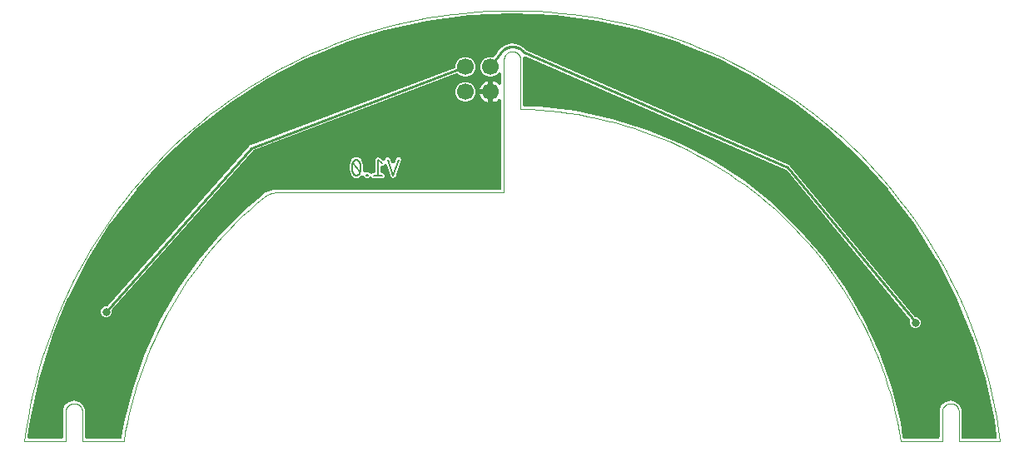
<source format=gbl>
G04 EAGLE Gerber RS-274X export*
G75*
%MOMM*%
%FSLAX34Y34*%
%LPD*%
%INBottom_Copper*%
%IPPOS*%
%AMOC8*
5,1,8,0,0,1.08239X$1,22.5*%
G01*
%ADD10C,0.000000*%
%ADD11C,0.177800*%
%ADD12C,1.700000*%
%ADD13R,0.806400X0.806400*%
%ADD14C,0.254000*%
%ADD15C,0.152400*%
%ADD16C,0.806400*%

G36*
X37478Y2544D02*
X37478Y2544D01*
X37508Y2542D01*
X37676Y2564D01*
X37845Y2581D01*
X37874Y2590D01*
X37904Y2594D01*
X38064Y2649D01*
X38227Y2699D01*
X38253Y2713D01*
X38282Y2723D01*
X38428Y2809D01*
X38577Y2890D01*
X38600Y2910D01*
X38626Y2925D01*
X38753Y3038D01*
X38883Y3148D01*
X38901Y3171D01*
X38924Y3192D01*
X39025Y3328D01*
X39131Y3461D01*
X39144Y3488D01*
X39162Y3512D01*
X39235Y3665D01*
X39312Y3817D01*
X39320Y3846D01*
X39333Y3873D01*
X39373Y4039D01*
X39418Y4202D01*
X39420Y4232D01*
X39427Y4261D01*
X39447Y4540D01*
X39447Y32520D01*
X41634Y37061D01*
X45574Y40203D01*
X50488Y41325D01*
X55401Y40203D01*
X59342Y37061D01*
X61528Y32520D01*
X61528Y4540D01*
X61531Y4510D01*
X61529Y4480D01*
X61551Y4311D01*
X61568Y4143D01*
X61577Y4114D01*
X61581Y4084D01*
X61636Y3923D01*
X61686Y3761D01*
X61701Y3734D01*
X61711Y3706D01*
X61796Y3560D01*
X61878Y3411D01*
X61898Y3387D01*
X61913Y3361D01*
X62026Y3235D01*
X62135Y3105D01*
X62159Y3086D01*
X62179Y3064D01*
X62315Y2963D01*
X62448Y2857D01*
X62476Y2843D01*
X62500Y2825D01*
X62653Y2753D01*
X62805Y2676D01*
X62834Y2668D01*
X62861Y2655D01*
X63026Y2615D01*
X63190Y2570D01*
X63220Y2567D01*
X63249Y2560D01*
X63528Y2541D01*
X97092Y2541D01*
X97166Y2548D01*
X97241Y2546D01*
X97365Y2568D01*
X97489Y2581D01*
X97561Y2603D01*
X97635Y2616D01*
X97751Y2662D01*
X97871Y2699D01*
X97937Y2735D01*
X98006Y2762D01*
X98111Y2830D01*
X98221Y2890D01*
X98279Y2939D01*
X98341Y2979D01*
X98431Y3067D01*
X98527Y3148D01*
X98573Y3206D01*
X98627Y3259D01*
X98697Y3362D01*
X98775Y3461D01*
X98809Y3528D01*
X98851Y3589D01*
X98899Y3705D01*
X98956Y3817D01*
X98976Y3889D01*
X99005Y3958D01*
X99052Y4163D01*
X99062Y4202D01*
X99063Y4213D01*
X99067Y4230D01*
X101324Y18620D01*
X110353Y54397D01*
X122617Y89198D01*
X138013Y122731D01*
X156412Y154715D01*
X177660Y184882D01*
X201578Y212978D01*
X227966Y238769D01*
X242022Y250190D01*
X242284Y250403D01*
X242285Y250403D01*
X245298Y252852D01*
X252616Y255451D01*
X256408Y255451D01*
X483101Y255451D01*
X483131Y255454D01*
X483161Y255452D01*
X483330Y255474D01*
X483499Y255491D01*
X483527Y255500D01*
X483557Y255504D01*
X483718Y255559D01*
X483880Y255609D01*
X483907Y255623D01*
X483935Y255633D01*
X484081Y255719D01*
X484231Y255800D01*
X484254Y255820D01*
X484280Y255835D01*
X484406Y255948D01*
X484536Y256058D01*
X484555Y256081D01*
X484577Y256102D01*
X484679Y256238D01*
X484784Y256371D01*
X484798Y256398D01*
X484816Y256422D01*
X484888Y256575D01*
X484965Y256727D01*
X484973Y256756D01*
X484986Y256783D01*
X485026Y256949D01*
X485072Y257112D01*
X485074Y257142D01*
X485081Y257171D01*
X485100Y257450D01*
X485100Y346020D01*
X485099Y346035D01*
X485100Y346050D01*
X485079Y346234D01*
X485060Y346417D01*
X485056Y346432D01*
X485054Y346447D01*
X484997Y346622D01*
X484942Y346799D01*
X484935Y346812D01*
X484930Y346827D01*
X484840Y346986D01*
X484751Y347149D01*
X484741Y347161D01*
X484733Y347174D01*
X484613Y347313D01*
X484493Y347455D01*
X484481Y347464D01*
X484471Y347476D01*
X484326Y347588D01*
X484180Y347703D01*
X484167Y347710D01*
X484155Y347719D01*
X483989Y347800D01*
X483824Y347884D01*
X483810Y347888D01*
X483796Y347894D01*
X483616Y347941D01*
X483439Y347990D01*
X483424Y347991D01*
X483409Y347995D01*
X483225Y348005D01*
X483041Y348018D01*
X483026Y348016D01*
X483011Y348017D01*
X482829Y347990D01*
X482645Y347966D01*
X482630Y347961D01*
X482615Y347959D01*
X482442Y347897D01*
X482267Y347837D01*
X482254Y347829D01*
X482240Y347824D01*
X482082Y347728D01*
X481922Y347635D01*
X481911Y347624D01*
X481898Y347617D01*
X481687Y347433D01*
X481133Y346879D01*
X479727Y345857D01*
X478178Y345068D01*
X476525Y344531D01*
X476439Y344517D01*
X476439Y354800D01*
X476436Y354830D01*
X476438Y354860D01*
X476416Y355029D01*
X476399Y355197D01*
X476390Y355226D01*
X476386Y355256D01*
X476368Y355309D01*
X476410Y355462D01*
X476413Y355492D01*
X476420Y355522D01*
X476439Y355800D01*
X476439Y366083D01*
X476525Y366069D01*
X478178Y365532D01*
X479727Y364743D01*
X481133Y363721D01*
X481687Y363167D01*
X481699Y363157D01*
X481709Y363145D01*
X481853Y363031D01*
X481997Y362914D01*
X482010Y362907D01*
X482022Y362897D01*
X482186Y362814D01*
X482350Y362727D01*
X482365Y362723D01*
X482378Y362716D01*
X482555Y362667D01*
X482733Y362615D01*
X482748Y362614D01*
X482763Y362610D01*
X482946Y362597D01*
X483131Y362581D01*
X483146Y362583D01*
X483161Y362582D01*
X483344Y362606D01*
X483528Y362627D01*
X483543Y362632D01*
X483557Y362634D01*
X483731Y362693D01*
X483908Y362751D01*
X483921Y362758D01*
X483935Y362763D01*
X484095Y362857D01*
X484255Y362948D01*
X484267Y362958D01*
X484280Y362965D01*
X484417Y363088D01*
X484557Y363210D01*
X484566Y363222D01*
X484577Y363232D01*
X484687Y363379D01*
X484800Y363526D01*
X484807Y363540D01*
X484816Y363552D01*
X484894Y363719D01*
X484976Y363885D01*
X484980Y363900D01*
X484986Y363914D01*
X485030Y364093D01*
X485076Y364272D01*
X485077Y364287D01*
X485081Y364302D01*
X485100Y364580D01*
X485100Y372857D01*
X485099Y372872D01*
X485100Y372887D01*
X485079Y373071D01*
X485060Y373254D01*
X485056Y373269D01*
X485054Y373284D01*
X484997Y373459D01*
X484942Y373636D01*
X484935Y373649D01*
X484930Y373663D01*
X484840Y373823D01*
X484751Y373986D01*
X484741Y373998D01*
X484734Y374011D01*
X484613Y374150D01*
X484493Y374291D01*
X484481Y374301D01*
X484471Y374312D01*
X484325Y374425D01*
X484180Y374540D01*
X484167Y374546D01*
X484155Y374556D01*
X483989Y374637D01*
X483824Y374721D01*
X483810Y374725D01*
X483796Y374731D01*
X483618Y374778D01*
X483439Y374827D01*
X483424Y374828D01*
X483409Y374832D01*
X483226Y374842D01*
X483041Y374855D01*
X483026Y374853D01*
X483011Y374854D01*
X482828Y374827D01*
X482645Y374803D01*
X482631Y374798D01*
X482615Y374796D01*
X482442Y374733D01*
X482267Y374674D01*
X482254Y374666D01*
X482240Y374661D01*
X482082Y374565D01*
X481922Y374471D01*
X481911Y374461D01*
X481898Y374453D01*
X481687Y374270D01*
X479619Y372201D01*
X475934Y370675D01*
X471946Y370675D01*
X468261Y372201D01*
X465441Y375021D01*
X463915Y378706D01*
X463915Y382694D01*
X465441Y386379D01*
X468261Y389199D01*
X471946Y390725D01*
X475998Y390725D01*
X476144Y390681D01*
X476151Y390680D01*
X476157Y390678D01*
X476350Y390662D01*
X476542Y390644D01*
X476549Y390645D01*
X476555Y390644D01*
X476749Y390666D01*
X476939Y390687D01*
X476945Y390689D01*
X476952Y390689D01*
X477135Y390749D01*
X477320Y390808D01*
X477326Y390811D01*
X477332Y390813D01*
X477499Y390907D01*
X477669Y391002D01*
X477674Y391006D01*
X477680Y391009D01*
X477825Y391136D01*
X477972Y391261D01*
X477976Y391267D01*
X477981Y391271D01*
X478158Y391487D01*
X480652Y395006D01*
X481800Y396626D01*
X483786Y399430D01*
X489559Y403160D01*
X496303Y404478D01*
X503055Y403196D01*
X508847Y399498D01*
X510080Y397779D01*
X510213Y397628D01*
X510340Y397482D01*
X510342Y397481D01*
X510344Y397479D01*
X510498Y397362D01*
X510658Y397240D01*
X510661Y397239D01*
X510662Y397238D01*
X510670Y397234D01*
X510906Y397111D01*
X776736Y281237D01*
X776904Y281184D01*
X777069Y281126D01*
X777098Y281121D01*
X777117Y281115D01*
X777168Y281109D01*
X777344Y281080D01*
X777738Y281042D01*
X777744Y281034D01*
X777836Y280943D01*
X777922Y280845D01*
X777978Y280803D01*
X778028Y280753D01*
X778136Y280682D01*
X778240Y280603D01*
X778321Y280561D01*
X778362Y280534D01*
X778407Y280516D01*
X778487Y280474D01*
X778496Y280470D01*
X778641Y280102D01*
X778721Y279946D01*
X778797Y279788D01*
X778815Y279764D01*
X778823Y279747D01*
X778856Y279707D01*
X778960Y279561D01*
X904862Y126963D01*
X904962Y126864D01*
X905056Y126759D01*
X905104Y126724D01*
X905146Y126682D01*
X905263Y126605D01*
X905376Y126521D01*
X905430Y126496D01*
X905480Y126463D01*
X905610Y126411D01*
X905738Y126351D01*
X905795Y126337D01*
X905851Y126315D01*
X905989Y126289D01*
X906126Y126256D01*
X906201Y126251D01*
X906243Y126243D01*
X906297Y126244D01*
X906404Y126236D01*
X907431Y126236D01*
X909473Y125390D01*
X911036Y123827D01*
X911882Y121785D01*
X911882Y119574D01*
X911036Y117532D01*
X909473Y115969D01*
X907431Y115123D01*
X905220Y115123D01*
X903178Y115969D01*
X901615Y117532D01*
X900769Y119574D01*
X900769Y121837D01*
X900773Y121847D01*
X900782Y121905D01*
X900798Y121960D01*
X900811Y122102D01*
X900833Y122242D01*
X900830Y122300D01*
X900835Y122358D01*
X900820Y122499D01*
X900813Y122641D01*
X900798Y122698D01*
X900792Y122755D01*
X900749Y122891D01*
X900714Y123028D01*
X900689Y123081D01*
X900671Y123136D01*
X900602Y123260D01*
X900540Y123388D01*
X900498Y123448D01*
X900477Y123485D01*
X900442Y123526D01*
X900378Y123615D01*
X774893Y275707D01*
X774801Y275798D01*
X774715Y275896D01*
X774659Y275939D01*
X774609Y275988D01*
X774501Y276059D01*
X774397Y276138D01*
X774373Y276151D01*
X774369Y276153D01*
X774355Y276160D01*
X774317Y276180D01*
X774276Y276207D01*
X774230Y276225D01*
X774150Y276267D01*
X509980Y391417D01*
X509941Y391430D01*
X509904Y391448D01*
X509751Y391491D01*
X509600Y391539D01*
X509559Y391544D01*
X509519Y391555D01*
X509361Y391566D01*
X509203Y391584D01*
X509162Y391580D01*
X509121Y391583D01*
X508963Y391562D01*
X508805Y391548D01*
X508765Y391536D01*
X508725Y391531D01*
X508574Y391479D01*
X508422Y391434D01*
X508386Y391415D01*
X508347Y391401D01*
X508210Y391321D01*
X508070Y391246D01*
X508038Y391220D01*
X508002Y391199D01*
X507884Y391093D01*
X507761Y390992D01*
X507736Y390960D01*
X507705Y390933D01*
X507610Y390805D01*
X507510Y390682D01*
X507491Y390645D01*
X507466Y390612D01*
X507399Y390469D01*
X507325Y390328D01*
X507314Y390288D01*
X507296Y390251D01*
X507258Y390097D01*
X507214Y389944D01*
X507211Y389903D01*
X507201Y389863D01*
X507182Y389584D01*
X507182Y342354D01*
X507183Y342345D01*
X507182Y342336D01*
X507203Y342147D01*
X507222Y341957D01*
X507224Y341948D01*
X507225Y341939D01*
X507283Y341757D01*
X507340Y341575D01*
X507344Y341567D01*
X507347Y341559D01*
X507441Y341391D01*
X507531Y341225D01*
X507537Y341218D01*
X507542Y341210D01*
X507665Y341066D01*
X507789Y340920D01*
X507796Y340914D01*
X507802Y340907D01*
X507952Y340790D01*
X508102Y340671D01*
X508110Y340667D01*
X508117Y340662D01*
X508288Y340577D01*
X508458Y340490D01*
X508467Y340488D01*
X508475Y340484D01*
X508660Y340434D01*
X508843Y340384D01*
X508852Y340383D01*
X508861Y340381D01*
X509139Y340356D01*
X523408Y340053D01*
X560599Y335789D01*
X597234Y328092D01*
X632996Y317029D01*
X667578Y302695D01*
X700680Y285214D01*
X732017Y264736D01*
X761318Y241439D01*
X788331Y215523D01*
X812823Y187212D01*
X834581Y156750D01*
X853419Y124401D01*
X869173Y90443D01*
X881709Y55169D01*
X890916Y18885D01*
X893215Y4230D01*
X893234Y4158D01*
X893244Y4084D01*
X893284Y3965D01*
X893316Y3844D01*
X893349Y3777D01*
X893373Y3706D01*
X893437Y3598D01*
X893492Y3485D01*
X893538Y3426D01*
X893575Y3361D01*
X893659Y3268D01*
X893736Y3169D01*
X893792Y3120D01*
X893842Y3064D01*
X893943Y2989D01*
X894037Y2907D01*
X894102Y2870D01*
X894162Y2825D01*
X894276Y2772D01*
X894385Y2710D01*
X894456Y2687D01*
X894524Y2655D01*
X894646Y2625D01*
X894765Y2587D01*
X894839Y2578D01*
X894912Y2560D01*
X895122Y2546D01*
X895162Y2541D01*
X895173Y2542D01*
X895190Y2541D01*
X928755Y2541D01*
X928785Y2544D01*
X928815Y2542D01*
X928983Y2564D01*
X929152Y2581D01*
X929181Y2590D01*
X929211Y2594D01*
X929371Y2649D01*
X929534Y2699D01*
X929560Y2713D01*
X929589Y2723D01*
X929735Y2809D01*
X929884Y2890D01*
X929907Y2910D01*
X929933Y2925D01*
X930060Y3038D01*
X930189Y3148D01*
X930208Y3171D01*
X930231Y3192D01*
X930332Y3328D01*
X930438Y3461D01*
X930451Y3488D01*
X930469Y3512D01*
X930542Y3665D01*
X930619Y3817D01*
X930627Y3846D01*
X930639Y3873D01*
X930680Y4039D01*
X930725Y4202D01*
X930727Y4232D01*
X930734Y4261D01*
X930754Y4540D01*
X930754Y32520D01*
X932941Y37061D01*
X936881Y40203D01*
X941795Y41325D01*
X946708Y40203D01*
X950649Y37061D01*
X952835Y32520D01*
X952835Y4540D01*
X952838Y4510D01*
X952836Y4480D01*
X952858Y4311D01*
X952875Y4143D01*
X952884Y4114D01*
X952888Y4084D01*
X952943Y3923D01*
X952993Y3761D01*
X953008Y3734D01*
X953018Y3706D01*
X953103Y3560D01*
X953185Y3411D01*
X953204Y3387D01*
X953220Y3361D01*
X953333Y3235D01*
X953442Y3105D01*
X953466Y3086D01*
X953486Y3064D01*
X953622Y2963D01*
X953755Y2857D01*
X953782Y2843D01*
X953807Y2825D01*
X953960Y2753D01*
X954111Y2676D01*
X954141Y2668D01*
X954168Y2655D01*
X954333Y2615D01*
X954496Y2570D01*
X954527Y2567D01*
X954556Y2560D01*
X954835Y2541D01*
X987025Y2541D01*
X987201Y2558D01*
X987376Y2572D01*
X987399Y2578D01*
X987423Y2581D01*
X987591Y2633D01*
X987761Y2681D01*
X987782Y2692D01*
X987804Y2699D01*
X987960Y2784D01*
X988116Y2864D01*
X988134Y2879D01*
X988155Y2890D01*
X988290Y3004D01*
X988427Y3114D01*
X988442Y3133D01*
X988460Y3148D01*
X988570Y3286D01*
X988682Y3421D01*
X988694Y3442D01*
X988708Y3461D01*
X988788Y3618D01*
X988872Y3773D01*
X988879Y3796D01*
X988889Y3817D01*
X988936Y3987D01*
X988987Y4155D01*
X988990Y4179D01*
X988996Y4202D01*
X989008Y4377D01*
X989025Y4553D01*
X989023Y4582D01*
X989024Y4600D01*
X989017Y4651D01*
X989003Y4831D01*
X986590Y21212D01*
X986579Y21257D01*
X986567Y21341D01*
X977430Y63788D01*
X977413Y63841D01*
X977385Y63958D01*
X964567Y105443D01*
X964546Y105494D01*
X964508Y105608D01*
X948107Y145811D01*
X948081Y145860D01*
X948034Y145970D01*
X928176Y184583D01*
X928146Y184629D01*
X928089Y184735D01*
X904927Y221461D01*
X904893Y221505D01*
X904827Y221605D01*
X878539Y256162D01*
X878501Y256202D01*
X878427Y256297D01*
X849213Y288419D01*
X849172Y288457D01*
X849090Y288544D01*
X817177Y317985D01*
X817132Y318019D01*
X817043Y318098D01*
X782674Y344633D01*
X782627Y344663D01*
X782531Y344734D01*
X745971Y368158D01*
X745922Y368183D01*
X745820Y368246D01*
X707350Y388379D01*
X707298Y388400D01*
X707191Y388453D01*
X667106Y405141D01*
X667053Y405157D01*
X666942Y405201D01*
X625549Y418315D01*
X625495Y418327D01*
X625380Y418361D01*
X582999Y427801D01*
X582944Y427807D01*
X582826Y427831D01*
X539781Y433524D01*
X539726Y433526D01*
X539607Y433539D01*
X496229Y435442D01*
X496173Y435439D01*
X496054Y435442D01*
X452675Y433539D01*
X452620Y433532D01*
X452501Y433524D01*
X409456Y427831D01*
X409402Y427818D01*
X409283Y427801D01*
X366902Y418361D01*
X366849Y418343D01*
X366733Y418315D01*
X325341Y405201D01*
X325290Y405179D01*
X325176Y405141D01*
X285091Y388453D01*
X285042Y388427D01*
X284933Y388379D01*
X246462Y368246D01*
X246416Y368215D01*
X246311Y368158D01*
X209751Y344734D01*
X209708Y344700D01*
X209608Y344633D01*
X175240Y318098D01*
X175199Y318060D01*
X175106Y317985D01*
X143192Y288544D01*
X143156Y288502D01*
X143069Y288419D01*
X113856Y256297D01*
X113822Y256252D01*
X113744Y256162D01*
X87455Y221605D01*
X87426Y221558D01*
X87355Y221461D01*
X64193Y184735D01*
X64168Y184685D01*
X64106Y184583D01*
X44248Y145970D01*
X44228Y145918D01*
X44175Y145811D01*
X27774Y105608D01*
X27758Y105555D01*
X27715Y105443D01*
X14897Y63958D01*
X14886Y63903D01*
X14852Y63788D01*
X5715Y21341D01*
X5710Y21295D01*
X5692Y21212D01*
X3279Y4831D01*
X3271Y4654D01*
X3258Y4480D01*
X3261Y4456D01*
X3260Y4432D01*
X3287Y4258D01*
X3310Y4084D01*
X3318Y4061D01*
X3322Y4038D01*
X3383Y3872D01*
X3440Y3706D01*
X3452Y3685D01*
X3460Y3663D01*
X3553Y3513D01*
X3642Y3361D01*
X3658Y3344D01*
X3670Y3323D01*
X3791Y3195D01*
X3908Y3064D01*
X3928Y3050D01*
X3944Y3032D01*
X4088Y2930D01*
X4229Y2825D01*
X4250Y2815D01*
X4270Y2801D01*
X4431Y2730D01*
X4590Y2655D01*
X4613Y2649D01*
X4635Y2640D01*
X4807Y2602D01*
X4978Y2560D01*
X5007Y2558D01*
X5025Y2554D01*
X5076Y2553D01*
X5257Y2541D01*
X37448Y2541D01*
X37478Y2544D01*
G37*
%LPC*%
G36*
X82262Y126026D02*
X82262Y126026D01*
X80220Y126872D01*
X78657Y128435D01*
X77811Y130478D01*
X77811Y132688D01*
X78657Y134731D01*
X80220Y136294D01*
X82262Y137140D01*
X83596Y137140D01*
X83702Y137150D01*
X83809Y137151D01*
X83901Y137170D01*
X83994Y137180D01*
X84096Y137211D01*
X84200Y137233D01*
X84286Y137270D01*
X84375Y137298D01*
X84469Y137349D01*
X84567Y137391D01*
X84644Y137444D01*
X84726Y137489D01*
X84807Y137558D01*
X84895Y137619D01*
X84988Y137711D01*
X85031Y137747D01*
X85053Y137774D01*
X85094Y137815D01*
X228348Y299776D01*
X228442Y299906D01*
X228540Y300032D01*
X228563Y300075D01*
X228581Y300100D01*
X228605Y300152D01*
X228673Y300278D01*
X228853Y300677D01*
X228954Y300727D01*
X229087Y300784D01*
X229132Y300816D01*
X229181Y300840D01*
X229296Y300929D01*
X229415Y301012D01*
X229464Y301061D01*
X229496Y301085D01*
X229532Y301127D01*
X229592Y301186D01*
X230027Y301213D01*
X230185Y301238D01*
X230344Y301258D01*
X230391Y301272D01*
X230421Y301277D01*
X230475Y301297D01*
X230612Y301338D01*
X437223Y379411D01*
X437285Y379442D01*
X437350Y379464D01*
X437463Y379531D01*
X437580Y379589D01*
X437635Y379631D01*
X437695Y379666D01*
X437792Y379754D01*
X437896Y379834D01*
X437941Y379887D01*
X437992Y379933D01*
X438070Y380038D01*
X438156Y380137D01*
X438189Y380198D01*
X438231Y380253D01*
X438286Y380372D01*
X438350Y380486D01*
X438371Y380552D01*
X438401Y380615D01*
X438432Y380742D01*
X438472Y380867D01*
X438479Y380935D01*
X438496Y381003D01*
X438512Y381234D01*
X438515Y381264D01*
X438515Y381271D01*
X438515Y381281D01*
X438515Y382694D01*
X440041Y386379D01*
X442861Y389199D01*
X446546Y390725D01*
X450534Y390725D01*
X454219Y389199D01*
X457039Y386379D01*
X458565Y382694D01*
X458565Y378706D01*
X457039Y375021D01*
X454219Y372201D01*
X450534Y370675D01*
X446546Y370675D01*
X442861Y372201D01*
X441332Y373731D01*
X441327Y373735D01*
X441323Y373740D01*
X441173Y373861D01*
X441023Y373984D01*
X441017Y373987D01*
X441012Y373991D01*
X440840Y374080D01*
X440669Y374170D01*
X440663Y374172D01*
X440658Y374175D01*
X440472Y374228D01*
X440286Y374282D01*
X440280Y374283D01*
X440274Y374285D01*
X440082Y374300D01*
X439888Y374316D01*
X439882Y374316D01*
X439876Y374316D01*
X439684Y374293D01*
X439491Y374270D01*
X439485Y374268D01*
X439479Y374268D01*
X439212Y374187D01*
X233019Y296273D01*
X232889Y296208D01*
X232756Y296150D01*
X232711Y296119D01*
X232662Y296095D01*
X232547Y296006D01*
X232428Y295923D01*
X232378Y295874D01*
X232347Y295849D01*
X232311Y295808D01*
X232229Y295727D01*
X89426Y134276D01*
X89318Y134126D01*
X89209Y133979D01*
X89202Y133965D01*
X89193Y133952D01*
X89117Y133783D01*
X89039Y133618D01*
X89035Y133602D01*
X89028Y133588D01*
X88987Y133408D01*
X88944Y133230D01*
X88942Y133211D01*
X88940Y133198D01*
X88939Y133155D01*
X88924Y132951D01*
X88924Y130478D01*
X88078Y128435D01*
X86515Y126872D01*
X84473Y126026D01*
X82262Y126026D01*
G37*
%LPD*%
%LPC*%
G36*
X375066Y267731D02*
X375066Y267731D01*
X374344Y268092D01*
X374342Y268093D01*
X374340Y268094D01*
X374082Y268201D01*
X373321Y268455D01*
X373293Y268490D01*
X373219Y268553D01*
X373207Y268565D01*
X372952Y269331D01*
X372951Y269333D01*
X372951Y269335D01*
X372844Y269593D01*
X372485Y270311D01*
X372490Y270355D01*
X372482Y270452D01*
X372484Y270548D01*
X372466Y270650D01*
X372457Y270753D01*
X372423Y270886D01*
X372413Y270941D01*
X372401Y270972D01*
X372388Y271024D01*
X369200Y280589D01*
X369198Y280592D01*
X369197Y280596D01*
X369116Y280775D01*
X369036Y280953D01*
X369034Y280956D01*
X369032Y280960D01*
X368916Y281120D01*
X368803Y281278D01*
X368800Y281280D01*
X368798Y281284D01*
X368654Y281416D01*
X368511Y281549D01*
X368507Y281552D01*
X368504Y281554D01*
X368336Y281656D01*
X368170Y281758D01*
X368166Y281759D01*
X368162Y281761D01*
X367979Y281827D01*
X367794Y281894D01*
X367790Y281895D01*
X367786Y281896D01*
X367592Y281925D01*
X367399Y281953D01*
X367395Y281953D01*
X367391Y281954D01*
X367191Y281942D01*
X367001Y281933D01*
X366997Y281932D01*
X366992Y281931D01*
X366800Y281881D01*
X366614Y281833D01*
X366610Y281831D01*
X366606Y281830D01*
X366431Y281744D01*
X366254Y281659D01*
X366251Y281656D01*
X366247Y281654D01*
X366095Y281537D01*
X365937Y281416D01*
X365934Y281413D01*
X365931Y281411D01*
X365742Y281205D01*
X365217Y280549D01*
X363704Y280381D01*
X363587Y280356D01*
X363468Y280340D01*
X363392Y280314D01*
X363313Y280297D01*
X363204Y280250D01*
X363090Y280211D01*
X363021Y280170D01*
X362947Y280138D01*
X362849Y280069D01*
X362746Y280009D01*
X362686Y279955D01*
X362620Y279909D01*
X362538Y279822D01*
X362448Y279742D01*
X362400Y279678D01*
X362345Y279619D01*
X362281Y279518D01*
X362210Y279422D01*
X362175Y279349D01*
X362133Y279281D01*
X362091Y279169D01*
X362040Y279060D01*
X362021Y278982D01*
X361992Y278907D01*
X361973Y278789D01*
X361945Y278672D01*
X361937Y278565D01*
X361929Y278512D01*
X361931Y278469D01*
X361925Y278394D01*
X361925Y274805D01*
X361928Y274774D01*
X361926Y274744D01*
X361948Y274576D01*
X361965Y274407D01*
X361974Y274378D01*
X361978Y274348D01*
X362033Y274188D01*
X362083Y274026D01*
X362098Y273999D01*
X362108Y273970D01*
X362193Y273824D01*
X362275Y273675D01*
X362294Y273652D01*
X362310Y273626D01*
X362423Y273500D01*
X362532Y273370D01*
X362556Y273351D01*
X362576Y273328D01*
X362712Y273227D01*
X362845Y273122D01*
X362872Y273108D01*
X362897Y273090D01*
X363050Y273018D01*
X363201Y272941D01*
X363231Y272933D01*
X363258Y272920D01*
X363423Y272879D01*
X363586Y272834D01*
X363617Y272832D01*
X363646Y272825D01*
X363925Y272805D01*
X364956Y272805D01*
X366370Y271391D01*
X366370Y269392D01*
X364956Y267978D01*
X354067Y267978D01*
X353454Y268591D01*
X353431Y268610D01*
X353411Y268633D01*
X353276Y268736D01*
X353145Y268843D01*
X353118Y268857D01*
X353094Y268876D01*
X352942Y268951D01*
X352792Y269030D01*
X352762Y269038D01*
X352735Y269051D01*
X352571Y269094D01*
X352408Y269142D01*
X352378Y269145D01*
X352349Y269152D01*
X352180Y269161D01*
X352010Y269176D01*
X351980Y269172D01*
X351950Y269174D01*
X351782Y269150D01*
X351613Y269130D01*
X351585Y269121D01*
X351555Y269116D01*
X351395Y269059D01*
X351234Y269006D01*
X351207Y268991D01*
X351179Y268981D01*
X351034Y268893D01*
X350886Y268809D01*
X350863Y268789D01*
X350837Y268774D01*
X350627Y268591D01*
X350014Y267978D01*
X347125Y267978D01*
X345127Y269976D01*
X345077Y270017D01*
X345032Y270065D01*
X344923Y270143D01*
X344818Y270229D01*
X344760Y270259D01*
X344707Y270297D01*
X344584Y270352D01*
X344465Y270415D01*
X344402Y270434D01*
X344342Y270460D01*
X344211Y270490D01*
X344081Y270528D01*
X344016Y270533D01*
X343953Y270547D01*
X343818Y270550D01*
X343683Y270561D01*
X343618Y270554D01*
X343553Y270555D01*
X343421Y270531D01*
X343287Y270516D01*
X343225Y270495D01*
X343160Y270484D01*
X343035Y270434D01*
X342907Y270392D01*
X342850Y270360D01*
X342789Y270335D01*
X342576Y270204D01*
X342559Y270195D01*
X342556Y270192D01*
X342551Y270189D01*
X339456Y267978D01*
X335800Y267978D01*
X332826Y270102D01*
X332321Y271574D01*
X332303Y271613D01*
X332227Y271801D01*
X331568Y273154D01*
X330769Y276616D01*
X330769Y280169D01*
X331568Y283632D01*
X331628Y283754D01*
X331629Y283757D01*
X331631Y283760D01*
X331698Y283944D01*
X331766Y284129D01*
X331767Y284132D01*
X331768Y284135D01*
X331773Y284165D01*
X331795Y284197D01*
X331861Y284276D01*
X331930Y284396D01*
X331961Y284443D01*
X331974Y284472D01*
X332000Y284518D01*
X332227Y284984D01*
X332242Y285025D01*
X332321Y285212D01*
X332826Y286683D01*
X335800Y288807D01*
X339456Y288807D01*
X342430Y286683D01*
X342934Y285212D01*
X342953Y285172D01*
X343028Y284984D01*
X343688Y283632D01*
X344487Y280169D01*
X344487Y276616D01*
X344378Y276143D01*
X344370Y276087D01*
X344355Y276032D01*
X344345Y275889D01*
X344327Y275747D01*
X344331Y275690D01*
X344327Y275633D01*
X344346Y275491D01*
X344356Y275349D01*
X344372Y275294D01*
X344379Y275237D01*
X344426Y275102D01*
X344464Y274964D01*
X344490Y274913D01*
X344509Y274859D01*
X344581Y274736D01*
X344646Y274609D01*
X344682Y274564D01*
X344711Y274515D01*
X344806Y274408D01*
X344896Y274296D01*
X344939Y274260D01*
X344977Y274217D01*
X345092Y274132D01*
X345202Y274040D01*
X345252Y274013D01*
X345298Y273979D01*
X345427Y273918D01*
X345553Y273850D01*
X345607Y273833D01*
X345659Y273809D01*
X345798Y273775D01*
X345935Y273733D01*
X345992Y273727D01*
X346047Y273714D01*
X346326Y273694D01*
X350014Y273694D01*
X351071Y272637D01*
X351095Y272618D01*
X351114Y272595D01*
X351249Y272492D01*
X351380Y272384D01*
X351407Y272370D01*
X351431Y272352D01*
X351584Y272277D01*
X351734Y272198D01*
X351763Y272190D01*
X351790Y272176D01*
X351954Y272133D01*
X352117Y272086D01*
X352147Y272083D01*
X352177Y272076D01*
X352345Y272066D01*
X352515Y272052D01*
X352545Y272055D01*
X352575Y272054D01*
X352743Y272078D01*
X352912Y272098D01*
X352941Y272107D01*
X352971Y272111D01*
X353131Y272169D01*
X353292Y272222D01*
X353318Y272236D01*
X353346Y272247D01*
X353492Y272335D01*
X353639Y272418D01*
X353662Y272438D01*
X353688Y272454D01*
X353899Y272637D01*
X354067Y272805D01*
X355099Y272805D01*
X355129Y272808D01*
X355159Y272806D01*
X355327Y272828D01*
X355496Y272845D01*
X355525Y272854D01*
X355555Y272858D01*
X355715Y272913D01*
X355878Y272963D01*
X355904Y272978D01*
X355933Y272988D01*
X356079Y273073D01*
X356228Y273155D01*
X356251Y273174D01*
X356277Y273190D01*
X356404Y273303D01*
X356533Y273412D01*
X356552Y273436D01*
X356575Y273456D01*
X356676Y273592D01*
X356782Y273725D01*
X356795Y273752D01*
X356813Y273777D01*
X356885Y273930D01*
X356962Y274081D01*
X356971Y274111D01*
X356983Y274138D01*
X357024Y274303D01*
X357069Y274466D01*
X357071Y274497D01*
X357078Y274526D01*
X357098Y274805D01*
X357098Y286149D01*
X357092Y286203D01*
X357086Y286370D01*
X356985Y287280D01*
X357632Y287927D01*
X357666Y287969D01*
X357779Y288092D01*
X358351Y288807D01*
X358352Y288807D01*
X359267Y288807D01*
X359321Y288813D01*
X359488Y288820D01*
X360397Y288921D01*
X360398Y288920D01*
X361045Y288273D01*
X361087Y288239D01*
X361210Y288126D01*
X364112Y285804D01*
X364147Y285782D01*
X364177Y285754D01*
X364314Y285674D01*
X364447Y285587D01*
X364486Y285572D01*
X364521Y285551D01*
X364671Y285499D01*
X364819Y285441D01*
X364860Y285434D01*
X364899Y285420D01*
X365056Y285399D01*
X365212Y285372D01*
X365254Y285373D01*
X365295Y285367D01*
X365453Y285378D01*
X365612Y285382D01*
X365652Y285391D01*
X365693Y285394D01*
X365846Y285436D01*
X366001Y285471D01*
X366039Y285489D01*
X366078Y285499D01*
X366220Y285571D01*
X366365Y285636D01*
X366398Y285661D01*
X366435Y285679D01*
X366560Y285777D01*
X366688Y285871D01*
X366716Y285901D01*
X366749Y285926D01*
X366851Y286047D01*
X366959Y286164D01*
X366980Y286200D01*
X367007Y286231D01*
X367149Y286471D01*
X368097Y288367D01*
X369994Y289000D01*
X371783Y288105D01*
X373246Y283714D01*
X373294Y283607D01*
X373296Y283601D01*
X373299Y283596D01*
X373310Y283572D01*
X373368Y283426D01*
X373392Y283389D01*
X373410Y283350D01*
X373501Y283223D01*
X373587Y283091D01*
X373617Y283060D01*
X373642Y283025D01*
X373757Y282919D01*
X373867Y282807D01*
X373903Y282783D01*
X373935Y282753D01*
X374069Y282672D01*
X374199Y282584D01*
X374239Y282568D01*
X374276Y282545D01*
X374423Y282492D01*
X374568Y282432D01*
X374611Y282424D01*
X374651Y282409D01*
X374806Y282386D01*
X374960Y282356D01*
X375004Y282356D01*
X375046Y282350D01*
X375202Y282358D01*
X375360Y282359D01*
X375402Y282368D01*
X375445Y282370D01*
X375597Y282409D01*
X375750Y282442D01*
X375790Y282459D01*
X375832Y282470D01*
X375973Y282538D01*
X376117Y282601D01*
X376152Y282625D01*
X376191Y282644D01*
X376316Y282740D01*
X376445Y282829D01*
X376474Y282860D01*
X376509Y282887D01*
X376612Y283005D01*
X376720Y283118D01*
X376743Y283155D01*
X376772Y283187D01*
X376849Y283324D01*
X376933Y283456D01*
X376953Y283506D01*
X376970Y283534D01*
X376987Y283588D01*
X377039Y283714D01*
X378503Y288105D01*
X380292Y289000D01*
X382189Y288367D01*
X383083Y286579D01*
X377898Y271024D01*
X377875Y270923D01*
X377843Y270824D01*
X377831Y270728D01*
X377810Y270634D01*
X377808Y270531D01*
X377796Y270428D01*
X377803Y270332D01*
X377803Y270315D01*
X377442Y269593D01*
X377441Y269591D01*
X377440Y269589D01*
X377334Y269331D01*
X377080Y268569D01*
X377044Y268541D01*
X376982Y268468D01*
X376970Y268456D01*
X376204Y268201D01*
X376202Y268200D01*
X376200Y268200D01*
X375942Y268092D01*
X375224Y267734D01*
X375179Y267739D01*
X375083Y267731D01*
X375066Y267731D01*
G37*
%LPD*%
%LPC*%
G36*
X446546Y345275D02*
X446546Y345275D01*
X442861Y346801D01*
X440041Y349621D01*
X438515Y353306D01*
X438515Y357294D01*
X440041Y360979D01*
X442861Y363799D01*
X446546Y365325D01*
X450534Y365325D01*
X454219Y363799D01*
X457039Y360979D01*
X458565Y357294D01*
X458565Y353306D01*
X457039Y349621D01*
X454219Y346801D01*
X450534Y345275D01*
X446546Y345275D01*
G37*
%LPD*%
%LPC*%
G36*
X463157Y357799D02*
X463157Y357799D01*
X463171Y357885D01*
X463708Y359538D01*
X464497Y361087D01*
X465519Y362493D01*
X466747Y363721D01*
X468153Y364743D01*
X469702Y365532D01*
X471355Y366069D01*
X471441Y366083D01*
X471441Y357799D01*
X463157Y357799D01*
G37*
%LPD*%
%LPC*%
G36*
X471355Y344531D02*
X471355Y344531D01*
X469702Y345068D01*
X468153Y345857D01*
X466747Y346879D01*
X465519Y348107D01*
X464497Y349513D01*
X463708Y351062D01*
X463171Y352715D01*
X463157Y352801D01*
X471441Y352801D01*
X471441Y344517D01*
X471355Y344531D01*
G37*
%LPD*%
D10*
X992282Y0D02*
X990613Y12144D01*
X988646Y24243D01*
X986384Y36290D01*
X983826Y48278D01*
X980976Y60200D01*
X977834Y72048D01*
X974403Y83816D01*
X970685Y95496D01*
X966681Y107081D01*
X962394Y118565D01*
X957827Y129940D01*
X952983Y141200D01*
X947864Y152338D01*
X942474Y163347D01*
X936815Y174220D01*
X930892Y184952D01*
X924707Y195535D01*
X918265Y205963D01*
X911569Y216230D01*
X904623Y226330D01*
X897432Y236257D01*
X890000Y246004D01*
X882331Y255567D01*
X874430Y264938D01*
X866301Y274113D01*
X857950Y283086D01*
X849382Y291851D01*
X840601Y300404D01*
X831613Y308739D01*
X822424Y316851D01*
X813039Y324736D01*
X803463Y332388D01*
X793702Y339803D01*
X783763Y346977D01*
X773650Y353904D01*
X763371Y360582D01*
X752932Y367006D01*
X742338Y373172D01*
X731596Y379076D01*
X720712Y384715D01*
X709694Y390086D01*
X698547Y395185D01*
X687278Y400009D01*
X675895Y404556D01*
X664404Y408822D01*
X652811Y412806D01*
X641125Y416503D01*
X629351Y419914D01*
X617497Y423034D01*
X605570Y425863D01*
X593578Y428399D01*
X581527Y430640D01*
X569424Y432585D01*
X557278Y434233D01*
X545095Y435583D01*
X532882Y436633D01*
X520647Y437384D01*
X508398Y437835D01*
X496141Y437985D01*
X483884Y437835D01*
X471635Y437384D01*
X459400Y436633D01*
X447187Y435583D01*
X435004Y434233D01*
X422858Y432585D01*
X410755Y430640D01*
X398704Y428399D01*
X386712Y425863D01*
X374785Y423034D01*
X362931Y419914D01*
X351157Y416503D01*
X339471Y412806D01*
X327878Y408822D01*
X316387Y404556D01*
X305004Y400009D01*
X293735Y395185D01*
X282588Y390086D01*
X271570Y384715D01*
X260686Y379076D01*
X249944Y373172D01*
X239350Y367006D01*
X228911Y360582D01*
X218632Y353904D01*
X208519Y346977D01*
X198580Y339803D01*
X188819Y332388D01*
X179243Y324736D01*
X169858Y316851D01*
X160669Y308739D01*
X151681Y300404D01*
X142900Y291851D01*
X134332Y283086D01*
X125981Y274113D01*
X117852Y264938D01*
X109951Y255567D01*
X102282Y246004D01*
X94850Y236257D01*
X87659Y226330D01*
X80713Y216230D01*
X74017Y205963D01*
X67575Y195535D01*
X61390Y184952D01*
X55467Y174220D01*
X49808Y163347D01*
X44418Y152338D01*
X39299Y141200D01*
X34455Y129940D01*
X29888Y118565D01*
X25601Y107081D01*
X21597Y95496D01*
X17879Y83816D01*
X14448Y72048D01*
X11306Y60200D01*
X8456Y48278D01*
X5898Y36290D01*
X3636Y24243D01*
X1669Y12144D01*
X0Y0D01*
X933295Y30000D02*
X933298Y30207D01*
X933305Y30414D01*
X933318Y30620D01*
X933335Y30827D01*
X933358Y31032D01*
X933386Y31238D01*
X933418Y31442D01*
X933456Y31646D01*
X933498Y31848D01*
X933546Y32050D01*
X933598Y32250D01*
X933655Y32449D01*
X933717Y32646D01*
X933784Y32842D01*
X933856Y33036D01*
X933932Y33229D01*
X934013Y33419D01*
X934099Y33608D01*
X934189Y33794D01*
X934283Y33978D01*
X934383Y34160D01*
X934486Y34339D01*
X934594Y34516D01*
X934706Y34690D01*
X934822Y34861D01*
X934943Y35030D01*
X935067Y35195D01*
X935196Y35357D01*
X935328Y35516D01*
X935464Y35672D01*
X935604Y35825D01*
X935748Y35974D01*
X935895Y36119D01*
X936046Y36261D01*
X936200Y36399D01*
X936358Y36534D01*
X936518Y36664D01*
X936682Y36790D01*
X936849Y36913D01*
X937019Y37031D01*
X937192Y37146D01*
X937367Y37256D01*
X937545Y37361D01*
X937726Y37463D01*
X937908Y37559D01*
X938094Y37652D01*
X938281Y37740D01*
X938471Y37823D01*
X938662Y37902D01*
X938855Y37976D01*
X939051Y38045D01*
X939247Y38109D01*
X939445Y38169D01*
X939645Y38224D01*
X939846Y38274D01*
X940048Y38319D01*
X940251Y38359D01*
X940455Y38394D01*
X940660Y38424D01*
X940865Y38449D01*
X941071Y38469D01*
X941278Y38484D01*
X941485Y38494D01*
X941692Y38499D01*
X941898Y38499D01*
X942105Y38494D01*
X942312Y38484D01*
X942519Y38469D01*
X942725Y38449D01*
X942930Y38424D01*
X943135Y38394D01*
X943339Y38359D01*
X943542Y38319D01*
X943744Y38274D01*
X943945Y38224D01*
X944145Y38169D01*
X944343Y38109D01*
X944539Y38045D01*
X944735Y37976D01*
X944928Y37902D01*
X945119Y37823D01*
X945309Y37740D01*
X945496Y37652D01*
X945682Y37559D01*
X945864Y37463D01*
X946045Y37361D01*
X946223Y37256D01*
X946398Y37146D01*
X946571Y37031D01*
X946741Y36913D01*
X946908Y36790D01*
X947072Y36664D01*
X947232Y36534D01*
X947390Y36399D01*
X947544Y36261D01*
X947695Y36119D01*
X947842Y35974D01*
X947986Y35825D01*
X948126Y35672D01*
X948262Y35516D01*
X948394Y35357D01*
X948523Y35195D01*
X948647Y35030D01*
X948768Y34861D01*
X948884Y34690D01*
X948996Y34516D01*
X949104Y34339D01*
X949207Y34160D01*
X949307Y33978D01*
X949401Y33794D01*
X949491Y33608D01*
X949577Y33419D01*
X949658Y33229D01*
X949734Y33036D01*
X949806Y32842D01*
X949873Y32646D01*
X949935Y32449D01*
X949992Y32250D01*
X950044Y32050D01*
X950092Y31848D01*
X950134Y31646D01*
X950172Y31442D01*
X950204Y31238D01*
X950232Y31032D01*
X950255Y30827D01*
X950272Y30620D01*
X950285Y30414D01*
X950292Y30207D01*
X950295Y30000D01*
X891307Y0D02*
X889674Y9644D01*
X887804Y19246D01*
X885701Y28799D01*
X883365Y38297D01*
X880797Y47736D01*
X877999Y57109D01*
X874972Y66411D01*
X871719Y75636D01*
X868242Y84778D01*
X864542Y93833D01*
X860621Y102795D01*
X856483Y111658D01*
X852129Y120418D01*
X847562Y129068D01*
X842785Y137604D01*
X837801Y146020D01*
X832612Y154313D01*
X827223Y162476D01*
X821635Y170504D01*
X815852Y178394D01*
X809879Y186140D01*
X803717Y193737D01*
X797372Y201182D01*
X790847Y208469D01*
X784145Y215594D01*
X777271Y222553D01*
X770229Y229342D01*
X763023Y235957D01*
X755658Y242394D01*
X748137Y248649D01*
X740466Y254718D01*
X732648Y260597D01*
X724689Y266284D01*
X716594Y271774D01*
X708366Y277065D01*
X700012Y282153D01*
X691536Y287035D01*
X682942Y291708D01*
X674238Y296170D01*
X665426Y300418D01*
X656514Y304449D01*
X647505Y308260D01*
X638406Y311851D01*
X629222Y315217D01*
X619958Y318358D01*
X610621Y321272D01*
X601215Y323956D01*
X591746Y326410D01*
X582219Y328631D01*
X572642Y330619D01*
X563018Y332372D01*
X553355Y333889D01*
X543657Y335170D01*
X533931Y336212D01*
X524183Y337017D01*
X514417Y337583D01*
X504641Y337910D01*
X504641Y388000D02*
X504638Y388207D01*
X504631Y388414D01*
X504618Y388620D01*
X504601Y388827D01*
X504578Y389032D01*
X504550Y389238D01*
X504518Y389442D01*
X504480Y389646D01*
X504438Y389848D01*
X504390Y390050D01*
X504338Y390250D01*
X504281Y390449D01*
X504219Y390646D01*
X504152Y390842D01*
X504080Y391036D01*
X504004Y391229D01*
X503923Y391419D01*
X503837Y391608D01*
X503747Y391794D01*
X503653Y391978D01*
X503553Y392160D01*
X503450Y392339D01*
X503342Y392516D01*
X503230Y392690D01*
X503114Y392861D01*
X502993Y393030D01*
X502869Y393195D01*
X502740Y393357D01*
X502608Y393516D01*
X502472Y393672D01*
X502332Y393825D01*
X502188Y393974D01*
X502041Y394119D01*
X501890Y394261D01*
X501736Y394399D01*
X501578Y394534D01*
X501418Y394664D01*
X501254Y394790D01*
X501087Y394913D01*
X500917Y395031D01*
X500744Y395146D01*
X500569Y395256D01*
X500391Y395361D01*
X500210Y395463D01*
X500028Y395559D01*
X499842Y395652D01*
X499655Y395740D01*
X499465Y395823D01*
X499274Y395902D01*
X499081Y395976D01*
X498885Y396045D01*
X498689Y396109D01*
X498491Y396169D01*
X498291Y396224D01*
X498090Y396274D01*
X497888Y396319D01*
X497685Y396359D01*
X497481Y396394D01*
X497276Y396424D01*
X497071Y396449D01*
X496865Y396469D01*
X496658Y396484D01*
X496451Y396494D01*
X496244Y396499D01*
X496038Y396499D01*
X495831Y396494D01*
X495624Y396484D01*
X495417Y396469D01*
X495211Y396449D01*
X495006Y396424D01*
X494801Y396394D01*
X494597Y396359D01*
X494394Y396319D01*
X494192Y396274D01*
X493991Y396224D01*
X493791Y396169D01*
X493593Y396109D01*
X493397Y396045D01*
X493201Y395976D01*
X493008Y395902D01*
X492817Y395823D01*
X492627Y395740D01*
X492440Y395652D01*
X492254Y395559D01*
X492072Y395463D01*
X491891Y395361D01*
X491713Y395256D01*
X491538Y395146D01*
X491365Y395031D01*
X491195Y394913D01*
X491028Y394790D01*
X490864Y394664D01*
X490704Y394534D01*
X490546Y394399D01*
X490392Y394261D01*
X490241Y394119D01*
X490094Y393974D01*
X489950Y393825D01*
X489810Y393672D01*
X489674Y393516D01*
X489542Y393357D01*
X489413Y393195D01*
X489289Y393030D01*
X489168Y392861D01*
X489052Y392690D01*
X488940Y392516D01*
X488832Y392339D01*
X488729Y392160D01*
X488629Y391978D01*
X488535Y391794D01*
X488445Y391608D01*
X488359Y391419D01*
X488278Y391229D01*
X488202Y391036D01*
X488130Y390842D01*
X488063Y390646D01*
X488001Y390449D01*
X487944Y390250D01*
X487892Y390050D01*
X487844Y389848D01*
X487802Y389646D01*
X487764Y389442D01*
X487732Y389238D01*
X487704Y389032D01*
X487681Y388827D01*
X487664Y388620D01*
X487651Y388414D01*
X487644Y388207D01*
X487641Y388000D01*
X256500Y252910D02*
X256012Y252904D01*
X255525Y252886D01*
X255039Y252857D01*
X254553Y252815D01*
X254068Y252762D01*
X253585Y252697D01*
X253104Y252620D01*
X252625Y252531D01*
X252148Y252431D01*
X251673Y252319D01*
X251202Y252196D01*
X250733Y252061D01*
X250269Y251915D01*
X249807Y251757D01*
X249350Y251589D01*
X248897Y251409D01*
X248448Y251218D01*
X248005Y251016D01*
X247566Y250804D01*
X247133Y250581D01*
X246705Y250347D01*
X246283Y250104D01*
X245867Y249850D01*
X245457Y249585D01*
X245054Y249311D01*
X244658Y249028D01*
X244268Y248734D01*
X243887Y248431D01*
X243887Y248432D02*
X236380Y242178D01*
X229028Y235743D01*
X221836Y229131D01*
X214807Y222344D01*
X207945Y215388D01*
X201256Y208267D01*
X194743Y200984D01*
X188410Y193544D01*
X182260Y185952D01*
X176298Y178212D01*
X170526Y170328D01*
X164949Y162306D01*
X159569Y154150D01*
X154390Y145865D01*
X149415Y137456D01*
X144647Y128928D01*
X140089Y120287D01*
X135743Y111536D01*
X131612Y102682D01*
X127698Y93729D01*
X124005Y84684D01*
X120533Y75551D01*
X117286Y66336D01*
X114265Y57044D01*
X111471Y47682D01*
X108908Y38254D01*
X106575Y28766D01*
X104474Y19224D01*
X102608Y9634D01*
X100976Y0D01*
X58988Y30000D02*
X58985Y30207D01*
X58978Y30414D01*
X58965Y30620D01*
X58948Y30827D01*
X58925Y31032D01*
X58897Y31238D01*
X58865Y31442D01*
X58827Y31646D01*
X58785Y31848D01*
X58737Y32050D01*
X58685Y32250D01*
X58628Y32449D01*
X58566Y32646D01*
X58499Y32842D01*
X58427Y33036D01*
X58351Y33229D01*
X58270Y33419D01*
X58184Y33608D01*
X58094Y33794D01*
X58000Y33978D01*
X57900Y34160D01*
X57797Y34339D01*
X57689Y34516D01*
X57577Y34690D01*
X57461Y34861D01*
X57340Y35030D01*
X57216Y35195D01*
X57087Y35357D01*
X56955Y35516D01*
X56819Y35672D01*
X56679Y35825D01*
X56535Y35974D01*
X56388Y36119D01*
X56237Y36261D01*
X56083Y36399D01*
X55925Y36534D01*
X55765Y36664D01*
X55601Y36790D01*
X55434Y36913D01*
X55264Y37031D01*
X55091Y37146D01*
X54916Y37256D01*
X54738Y37361D01*
X54557Y37463D01*
X54375Y37559D01*
X54189Y37652D01*
X54002Y37740D01*
X53812Y37823D01*
X53621Y37902D01*
X53428Y37976D01*
X53232Y38045D01*
X53036Y38109D01*
X52838Y38169D01*
X52638Y38224D01*
X52437Y38274D01*
X52235Y38319D01*
X52032Y38359D01*
X51828Y38394D01*
X51623Y38424D01*
X51418Y38449D01*
X51212Y38469D01*
X51005Y38484D01*
X50798Y38494D01*
X50591Y38499D01*
X50385Y38499D01*
X50178Y38494D01*
X49971Y38484D01*
X49764Y38469D01*
X49558Y38449D01*
X49353Y38424D01*
X49148Y38394D01*
X48944Y38359D01*
X48741Y38319D01*
X48539Y38274D01*
X48338Y38224D01*
X48138Y38169D01*
X47940Y38109D01*
X47744Y38045D01*
X47548Y37976D01*
X47355Y37902D01*
X47164Y37823D01*
X46974Y37740D01*
X46787Y37652D01*
X46601Y37559D01*
X46419Y37463D01*
X46238Y37361D01*
X46060Y37256D01*
X45885Y37146D01*
X45712Y37031D01*
X45542Y36913D01*
X45375Y36790D01*
X45211Y36664D01*
X45051Y36534D01*
X44893Y36399D01*
X44739Y36261D01*
X44588Y36119D01*
X44441Y35974D01*
X44297Y35825D01*
X44157Y35672D01*
X44021Y35516D01*
X43889Y35357D01*
X43760Y35195D01*
X43636Y35030D01*
X43515Y34861D01*
X43399Y34690D01*
X43287Y34516D01*
X43179Y34339D01*
X43076Y34160D01*
X42976Y33978D01*
X42882Y33794D01*
X42792Y33608D01*
X42706Y33419D01*
X42625Y33229D01*
X42549Y33036D01*
X42477Y32842D01*
X42410Y32646D01*
X42348Y32449D01*
X42291Y32250D01*
X42239Y32050D01*
X42191Y31848D01*
X42149Y31646D01*
X42111Y31442D01*
X42079Y31238D01*
X42051Y31032D01*
X42028Y30827D01*
X42011Y30620D01*
X41998Y30414D01*
X41991Y30207D01*
X41988Y30000D01*
X950295Y0D02*
X992282Y0D01*
X990613Y12144D01*
X988646Y24243D01*
X986384Y36290D01*
X983826Y48278D01*
X980976Y60200D01*
X977834Y72048D01*
X974403Y83816D01*
X970685Y95496D01*
X966681Y107081D01*
X962394Y118565D01*
X957827Y129940D01*
X952983Y141200D01*
X947864Y152338D01*
X942474Y163347D01*
X936815Y174220D01*
X930892Y184952D01*
X924707Y195535D01*
X918265Y205963D01*
X911569Y216230D01*
X904623Y226330D01*
X897432Y236257D01*
X890000Y246004D01*
X882331Y255567D01*
X874430Y264938D01*
X866301Y274113D01*
X857950Y283086D01*
X849382Y291851D01*
X840601Y300404D01*
X831613Y308739D01*
X822424Y316851D01*
X813039Y324736D01*
X803463Y332388D01*
X793702Y339803D01*
X783763Y346977D01*
X773650Y353904D01*
X763371Y360582D01*
X752932Y367006D01*
X742338Y373172D01*
X731596Y379076D01*
X720712Y384715D01*
X709694Y390086D01*
X698547Y395185D01*
X687278Y400009D01*
X675895Y404556D01*
X664404Y408822D01*
X652811Y412806D01*
X641125Y416503D01*
X629351Y419914D01*
X617497Y423034D01*
X605570Y425863D01*
X593578Y428399D01*
X581527Y430640D01*
X569424Y432585D01*
X557278Y434233D01*
X545095Y435583D01*
X532882Y436633D01*
X520647Y437384D01*
X508398Y437835D01*
X496141Y437985D01*
X483884Y437835D01*
X471635Y437384D01*
X459400Y436633D01*
X447187Y435583D01*
X435004Y434233D01*
X422858Y432585D01*
X410755Y430640D01*
X398704Y428399D01*
X386712Y425863D01*
X374785Y423034D01*
X362931Y419914D01*
X351157Y416503D01*
X339471Y412806D01*
X327878Y408822D01*
X316387Y404556D01*
X305004Y400009D01*
X293735Y395185D01*
X282588Y390086D01*
X271570Y384715D01*
X260686Y379076D01*
X249944Y373172D01*
X239350Y367006D01*
X228911Y360582D01*
X218632Y353904D01*
X208519Y346977D01*
X198580Y339803D01*
X188819Y332388D01*
X179243Y324736D01*
X169858Y316851D01*
X160669Y308739D01*
X151681Y300404D01*
X142900Y291851D01*
X134332Y283086D01*
X125981Y274113D01*
X117852Y264938D01*
X109951Y255567D01*
X102282Y246004D01*
X94850Y236257D01*
X87659Y226330D01*
X80713Y216230D01*
X74017Y205963D01*
X67575Y195535D01*
X61390Y184952D01*
X55467Y174220D01*
X49808Y163347D01*
X44418Y152338D01*
X39299Y141200D01*
X34455Y129940D01*
X29888Y118565D01*
X25601Y107081D01*
X21597Y95496D01*
X17879Y83816D01*
X14448Y72048D01*
X11306Y60200D01*
X8456Y48278D01*
X5898Y36290D01*
X3636Y24243D01*
X1669Y12144D01*
X0Y0D01*
X41988Y0D01*
X41988Y30000D01*
X41991Y30207D01*
X41998Y30414D01*
X42011Y30620D01*
X42028Y30827D01*
X42051Y31032D01*
X42079Y31238D01*
X42111Y31442D01*
X42149Y31646D01*
X42191Y31848D01*
X42239Y32050D01*
X42291Y32250D01*
X42348Y32449D01*
X42410Y32646D01*
X42477Y32842D01*
X42549Y33036D01*
X42625Y33229D01*
X42706Y33419D01*
X42792Y33608D01*
X42882Y33794D01*
X42976Y33978D01*
X43076Y34160D01*
X43179Y34339D01*
X43287Y34516D01*
X43399Y34690D01*
X43515Y34861D01*
X43636Y35030D01*
X43760Y35195D01*
X43889Y35357D01*
X44021Y35516D01*
X44157Y35672D01*
X44297Y35825D01*
X44441Y35974D01*
X44588Y36119D01*
X44739Y36261D01*
X44893Y36399D01*
X45051Y36534D01*
X45211Y36664D01*
X45375Y36790D01*
X45542Y36913D01*
X45712Y37031D01*
X45885Y37146D01*
X46060Y37256D01*
X46238Y37361D01*
X46419Y37463D01*
X46601Y37559D01*
X46787Y37652D01*
X46974Y37740D01*
X47164Y37823D01*
X47355Y37902D01*
X47548Y37976D01*
X47744Y38045D01*
X47940Y38109D01*
X48138Y38169D01*
X48338Y38224D01*
X48539Y38274D01*
X48741Y38319D01*
X48944Y38359D01*
X49148Y38394D01*
X49353Y38424D01*
X49558Y38449D01*
X49764Y38469D01*
X49971Y38484D01*
X50178Y38494D01*
X50385Y38499D01*
X50591Y38499D01*
X50798Y38494D01*
X51005Y38484D01*
X51212Y38469D01*
X51418Y38449D01*
X51623Y38424D01*
X51828Y38394D01*
X52032Y38359D01*
X52235Y38319D01*
X52437Y38274D01*
X52638Y38224D01*
X52838Y38169D01*
X53036Y38109D01*
X53232Y38045D01*
X53428Y37976D01*
X53621Y37902D01*
X53812Y37823D01*
X54002Y37740D01*
X54189Y37652D01*
X54375Y37559D01*
X54557Y37463D01*
X54738Y37361D01*
X54916Y37256D01*
X55091Y37146D01*
X55264Y37031D01*
X55434Y36913D01*
X55601Y36790D01*
X55765Y36664D01*
X55925Y36534D01*
X56083Y36399D01*
X56237Y36261D01*
X56388Y36119D01*
X56535Y35974D01*
X56679Y35825D01*
X56819Y35672D01*
X56955Y35516D01*
X57087Y35357D01*
X57216Y35195D01*
X57340Y35030D01*
X57461Y34861D01*
X57577Y34690D01*
X57689Y34516D01*
X57797Y34339D01*
X57900Y34160D01*
X58000Y33978D01*
X58094Y33794D01*
X58184Y33608D01*
X58270Y33419D01*
X58351Y33229D01*
X58427Y33036D01*
X58499Y32842D01*
X58566Y32646D01*
X58628Y32449D01*
X58685Y32250D01*
X58737Y32050D01*
X58785Y31848D01*
X58827Y31646D01*
X58865Y31442D01*
X58897Y31238D01*
X58925Y31032D01*
X58948Y30827D01*
X58965Y30620D01*
X58978Y30414D01*
X58985Y30207D01*
X58988Y30000D01*
X58988Y0D01*
X100975Y0D01*
X100976Y0D02*
X102608Y9634D01*
X104474Y19224D01*
X106575Y28766D01*
X108908Y38254D01*
X111471Y47682D01*
X114265Y57044D01*
X117286Y66336D01*
X120533Y75551D01*
X124005Y84684D01*
X127698Y93729D01*
X131612Y102682D01*
X135743Y111536D01*
X140089Y120287D01*
X144647Y128928D01*
X149415Y137456D01*
X154390Y145865D01*
X159569Y154150D01*
X164949Y162306D01*
X170526Y170328D01*
X176298Y178212D01*
X182260Y185952D01*
X188410Y193544D01*
X194743Y200984D01*
X201256Y208267D01*
X207945Y215388D01*
X214807Y222344D01*
X221836Y229131D01*
X229028Y235743D01*
X236380Y242178D01*
X243887Y248432D01*
X243887Y248431D02*
X244268Y248734D01*
X244658Y249028D01*
X245054Y249311D01*
X245457Y249585D01*
X245867Y249850D01*
X246283Y250104D01*
X246705Y250347D01*
X247133Y250581D01*
X247566Y250804D01*
X248005Y251016D01*
X248448Y251218D01*
X248897Y251409D01*
X249350Y251589D01*
X249807Y251757D01*
X250269Y251915D01*
X250733Y252061D01*
X251202Y252196D01*
X251673Y252319D01*
X252148Y252431D01*
X252625Y252531D01*
X253104Y252620D01*
X253585Y252697D01*
X254068Y252762D01*
X254553Y252815D01*
X255039Y252857D01*
X255525Y252886D01*
X256012Y252904D01*
X256500Y252910D01*
X487641Y252910D01*
X487641Y388000D01*
X487644Y388207D01*
X487651Y388414D01*
X487664Y388620D01*
X487681Y388827D01*
X487704Y389032D01*
X487732Y389238D01*
X487764Y389442D01*
X487802Y389646D01*
X487844Y389848D01*
X487892Y390050D01*
X487944Y390250D01*
X488001Y390449D01*
X488063Y390646D01*
X488130Y390842D01*
X488202Y391036D01*
X488278Y391229D01*
X488359Y391419D01*
X488445Y391608D01*
X488535Y391794D01*
X488629Y391978D01*
X488729Y392160D01*
X488832Y392339D01*
X488940Y392516D01*
X489052Y392690D01*
X489168Y392861D01*
X489289Y393030D01*
X489413Y393195D01*
X489542Y393357D01*
X489674Y393516D01*
X489810Y393672D01*
X489950Y393825D01*
X490094Y393974D01*
X490241Y394119D01*
X490392Y394261D01*
X490546Y394399D01*
X490704Y394534D01*
X490864Y394664D01*
X491028Y394790D01*
X491195Y394913D01*
X491365Y395031D01*
X491538Y395146D01*
X491713Y395256D01*
X491891Y395361D01*
X492072Y395463D01*
X492254Y395559D01*
X492440Y395652D01*
X492627Y395740D01*
X492817Y395823D01*
X493008Y395902D01*
X493201Y395976D01*
X493397Y396045D01*
X493593Y396109D01*
X493791Y396169D01*
X493991Y396224D01*
X494192Y396274D01*
X494394Y396319D01*
X494597Y396359D01*
X494801Y396394D01*
X495006Y396424D01*
X495211Y396449D01*
X495417Y396469D01*
X495624Y396484D01*
X495831Y396494D01*
X496038Y396499D01*
X496244Y396499D01*
X496451Y396494D01*
X496658Y396484D01*
X496865Y396469D01*
X497071Y396449D01*
X497276Y396424D01*
X497481Y396394D01*
X497685Y396359D01*
X497888Y396319D01*
X498090Y396274D01*
X498291Y396224D01*
X498491Y396169D01*
X498689Y396109D01*
X498885Y396045D01*
X499081Y395976D01*
X499274Y395902D01*
X499465Y395823D01*
X499655Y395740D01*
X499842Y395652D01*
X500028Y395559D01*
X500210Y395463D01*
X500391Y395361D01*
X500569Y395256D01*
X500744Y395146D01*
X500917Y395031D01*
X501087Y394913D01*
X501254Y394790D01*
X501418Y394664D01*
X501578Y394534D01*
X501736Y394399D01*
X501890Y394261D01*
X502041Y394119D01*
X502188Y393974D01*
X502332Y393825D01*
X502472Y393672D01*
X502608Y393516D01*
X502740Y393357D01*
X502869Y393195D01*
X502993Y393030D01*
X503114Y392861D01*
X503230Y392690D01*
X503342Y392516D01*
X503450Y392339D01*
X503553Y392160D01*
X503653Y391978D01*
X503747Y391794D01*
X503837Y391608D01*
X503923Y391419D01*
X504004Y391229D01*
X504080Y391036D01*
X504152Y390842D01*
X504219Y390646D01*
X504281Y390449D01*
X504338Y390250D01*
X504390Y390050D01*
X504438Y389848D01*
X504480Y389646D01*
X504518Y389442D01*
X504550Y389238D01*
X504578Y389032D01*
X504601Y388827D01*
X504618Y388620D01*
X504631Y388414D01*
X504638Y388207D01*
X504641Y388000D01*
X504641Y337910D01*
X514417Y337583D01*
X524183Y337017D01*
X533931Y336212D01*
X543657Y335170D01*
X553355Y333889D01*
X563018Y332372D01*
X572642Y330619D01*
X582219Y328631D01*
X591746Y326410D01*
X601215Y323956D01*
X610621Y321272D01*
X619958Y318358D01*
X629222Y315217D01*
X638406Y311851D01*
X647505Y308260D01*
X656514Y304449D01*
X665426Y300418D01*
X674238Y296170D01*
X682942Y291708D01*
X691536Y287035D01*
X700012Y282153D01*
X708366Y277065D01*
X716594Y271774D01*
X724689Y266284D01*
X732648Y260597D01*
X740466Y254718D01*
X748137Y248649D01*
X755658Y242394D01*
X763023Y235957D01*
X770229Y229342D01*
X777271Y222553D01*
X784145Y215594D01*
X790847Y208469D01*
X797372Y201182D01*
X803717Y193737D01*
X809879Y186140D01*
X815852Y178394D01*
X821635Y170504D01*
X827223Y162476D01*
X832612Y154313D01*
X837801Y146020D01*
X842785Y137604D01*
X847562Y129068D01*
X852129Y120418D01*
X856483Y111658D01*
X860621Y102795D01*
X864542Y93833D01*
X868242Y84778D01*
X871719Y75636D01*
X874972Y66411D01*
X877999Y57109D01*
X880797Y47736D01*
X883365Y38297D01*
X885701Y28799D01*
X887804Y19246D01*
X889674Y9644D01*
X891307Y0D01*
X933295Y0D01*
X933295Y30000D01*
X933298Y30207D01*
X933305Y30414D01*
X933318Y30620D01*
X933335Y30827D01*
X933358Y31032D01*
X933386Y31238D01*
X933418Y31442D01*
X933456Y31646D01*
X933498Y31848D01*
X933546Y32050D01*
X933598Y32250D01*
X933655Y32449D01*
X933717Y32646D01*
X933784Y32842D01*
X933856Y33036D01*
X933932Y33229D01*
X934013Y33419D01*
X934099Y33608D01*
X934189Y33794D01*
X934283Y33978D01*
X934383Y34160D01*
X934486Y34339D01*
X934594Y34516D01*
X934706Y34690D01*
X934822Y34861D01*
X934943Y35030D01*
X935067Y35195D01*
X935196Y35357D01*
X935328Y35516D01*
X935464Y35672D01*
X935604Y35825D01*
X935748Y35974D01*
X935895Y36119D01*
X936046Y36261D01*
X936200Y36399D01*
X936358Y36534D01*
X936518Y36664D01*
X936682Y36790D01*
X936849Y36913D01*
X937019Y37031D01*
X937192Y37146D01*
X937367Y37256D01*
X937545Y37361D01*
X937726Y37463D01*
X937908Y37559D01*
X938094Y37652D01*
X938281Y37740D01*
X938471Y37823D01*
X938662Y37902D01*
X938855Y37976D01*
X939051Y38045D01*
X939247Y38109D01*
X939445Y38169D01*
X939645Y38224D01*
X939846Y38274D01*
X940048Y38319D01*
X940251Y38359D01*
X940455Y38394D01*
X940660Y38424D01*
X940865Y38449D01*
X941071Y38469D01*
X941278Y38484D01*
X941485Y38494D01*
X941692Y38499D01*
X941898Y38499D01*
X942105Y38494D01*
X942312Y38484D01*
X942519Y38469D01*
X942725Y38449D01*
X942930Y38424D01*
X943135Y38394D01*
X943339Y38359D01*
X943542Y38319D01*
X943744Y38274D01*
X943945Y38224D01*
X944145Y38169D01*
X944343Y38109D01*
X944539Y38045D01*
X944735Y37976D01*
X944928Y37902D01*
X945119Y37823D01*
X945309Y37740D01*
X945496Y37652D01*
X945682Y37559D01*
X945864Y37463D01*
X946045Y37361D01*
X946223Y37256D01*
X946398Y37146D01*
X946571Y37031D01*
X946741Y36913D01*
X946908Y36790D01*
X947072Y36664D01*
X947232Y36534D01*
X947390Y36399D01*
X947544Y36261D01*
X947695Y36119D01*
X947842Y35974D01*
X947986Y35825D01*
X948126Y35672D01*
X948262Y35516D01*
X948394Y35357D01*
X948523Y35195D01*
X948647Y35030D01*
X948768Y34861D01*
X948884Y34690D01*
X948996Y34516D01*
X949104Y34339D01*
X949207Y34160D01*
X949307Y33978D01*
X949401Y33794D01*
X949491Y33608D01*
X949577Y33419D01*
X949658Y33229D01*
X949734Y33036D01*
X949806Y32842D01*
X949873Y32646D01*
X949935Y32449D01*
X949992Y32250D01*
X950044Y32050D01*
X950092Y31848D01*
X950134Y31646D01*
X950172Y31442D01*
X950204Y31238D01*
X950232Y31032D01*
X950255Y30827D01*
X950272Y30620D01*
X950285Y30414D01*
X950292Y30207D01*
X950295Y30000D01*
X950295Y0D01*
D11*
X375143Y270392D02*
X380477Y286394D01*
X369809Y286394D02*
X375143Y270392D01*
X363957Y282838D02*
X359512Y286394D01*
X359512Y270392D01*
X363957Y270392D02*
X355067Y270392D01*
X349014Y270392D02*
X349014Y271281D01*
X348125Y271281D01*
X348125Y270392D01*
X349014Y270392D01*
X342073Y278393D02*
X342069Y278708D01*
X342058Y279022D01*
X342039Y279337D01*
X342013Y279650D01*
X341979Y279963D01*
X341938Y280275D01*
X341889Y280586D01*
X341833Y280896D01*
X341770Y281205D01*
X341699Y281511D01*
X341621Y281816D01*
X341536Y282119D01*
X341443Y282420D01*
X341343Y282719D01*
X341236Y283015D01*
X341123Y283309D01*
X341002Y283599D01*
X340874Y283887D01*
X340739Y284172D01*
X340739Y284171D02*
X340701Y284277D01*
X340658Y284382D01*
X340613Y284486D01*
X340563Y284588D01*
X340510Y284688D01*
X340454Y284787D01*
X340394Y284883D01*
X340331Y284977D01*
X340265Y285069D01*
X340196Y285159D01*
X340124Y285246D01*
X340048Y285331D01*
X339970Y285413D01*
X339889Y285492D01*
X339806Y285569D01*
X339719Y285642D01*
X339631Y285713D01*
X339540Y285780D01*
X339446Y285845D01*
X339351Y285906D01*
X339253Y285963D01*
X339154Y286018D01*
X339053Y286068D01*
X338950Y286116D01*
X338845Y286160D01*
X338739Y286200D01*
X338632Y286236D01*
X338523Y286269D01*
X338414Y286298D01*
X338303Y286323D01*
X338192Y286344D01*
X338080Y286362D01*
X337967Y286375D01*
X337854Y286385D01*
X337741Y286391D01*
X337628Y286393D01*
X337515Y286391D01*
X337402Y286385D01*
X337289Y286375D01*
X337176Y286362D01*
X337064Y286344D01*
X336953Y286323D01*
X336842Y286298D01*
X336733Y286269D01*
X336624Y286236D01*
X336517Y286200D01*
X336411Y286160D01*
X336306Y286116D01*
X336203Y286068D01*
X336102Y286018D01*
X336003Y285963D01*
X335905Y285906D01*
X335810Y285845D01*
X335716Y285780D01*
X335625Y285713D01*
X335537Y285642D01*
X335450Y285569D01*
X335367Y285492D01*
X335286Y285413D01*
X335208Y285331D01*
X335132Y285246D01*
X335060Y285159D01*
X334991Y285069D01*
X334925Y284977D01*
X334862Y284883D01*
X334802Y284787D01*
X334746Y284688D01*
X334693Y284588D01*
X334643Y284486D01*
X334598Y284382D01*
X334555Y284277D01*
X334517Y284171D01*
X334517Y284172D02*
X334382Y283887D01*
X334254Y283599D01*
X334133Y283309D01*
X334020Y283015D01*
X333913Y282719D01*
X333813Y282420D01*
X333720Y282119D01*
X333635Y281816D01*
X333557Y281511D01*
X333486Y281205D01*
X333423Y280896D01*
X333367Y280586D01*
X333318Y280275D01*
X333277Y279963D01*
X333243Y279650D01*
X333217Y279337D01*
X333198Y279022D01*
X333187Y278708D01*
X333183Y278393D01*
X342073Y278393D02*
X342069Y278078D01*
X342058Y277764D01*
X342039Y277449D01*
X342013Y277136D01*
X341979Y276823D01*
X341938Y276511D01*
X341889Y276200D01*
X341833Y275890D01*
X341770Y275581D01*
X341699Y275275D01*
X341621Y274970D01*
X341536Y274667D01*
X341443Y274366D01*
X341343Y274067D01*
X341236Y273771D01*
X341123Y273477D01*
X341002Y273187D01*
X340874Y272899D01*
X340739Y272614D01*
X340701Y272508D01*
X340658Y272403D01*
X340613Y272299D01*
X340563Y272197D01*
X340510Y272097D01*
X340454Y271998D01*
X340394Y271902D01*
X340331Y271808D01*
X340265Y271716D01*
X340196Y271626D01*
X340124Y271539D01*
X340048Y271454D01*
X339970Y271372D01*
X339889Y271293D01*
X339806Y271216D01*
X339719Y271143D01*
X339631Y271072D01*
X339540Y271005D01*
X339446Y270940D01*
X339351Y270879D01*
X339253Y270822D01*
X339154Y270767D01*
X339053Y270717D01*
X338950Y270669D01*
X338845Y270625D01*
X338739Y270585D01*
X338632Y270549D01*
X338523Y270516D01*
X338414Y270487D01*
X338303Y270462D01*
X338192Y270441D01*
X338080Y270423D01*
X337967Y270410D01*
X337854Y270400D01*
X337741Y270394D01*
X337628Y270392D01*
X334517Y272614D02*
X334382Y272899D01*
X334254Y273187D01*
X334133Y273477D01*
X334020Y273771D01*
X333913Y274067D01*
X333813Y274366D01*
X333720Y274667D01*
X333635Y274970D01*
X333557Y275275D01*
X333486Y275581D01*
X333423Y275890D01*
X333367Y276200D01*
X333318Y276511D01*
X333277Y276823D01*
X333243Y277136D01*
X333217Y277449D01*
X333198Y277764D01*
X333187Y278078D01*
X333183Y278393D01*
X334517Y272614D02*
X334555Y272508D01*
X334598Y272403D01*
X334643Y272299D01*
X334693Y272197D01*
X334746Y272097D01*
X334802Y271998D01*
X334862Y271902D01*
X334925Y271808D01*
X334991Y271716D01*
X335060Y271626D01*
X335132Y271539D01*
X335208Y271454D01*
X335286Y271372D01*
X335367Y271293D01*
X335450Y271216D01*
X335537Y271143D01*
X335625Y271072D01*
X335716Y271005D01*
X335810Y270940D01*
X335905Y270879D01*
X336003Y270822D01*
X336102Y270767D01*
X336203Y270717D01*
X336306Y270669D01*
X336411Y270625D01*
X336517Y270585D01*
X336624Y270549D01*
X336733Y270516D01*
X336842Y270487D01*
X336953Y270462D01*
X337064Y270441D01*
X337176Y270423D01*
X337289Y270410D01*
X337402Y270400D01*
X337515Y270394D01*
X337628Y270392D01*
X341184Y273948D02*
X334072Y282838D01*
D12*
X448540Y355300D03*
X473940Y380700D03*
X448540Y380700D03*
X473940Y355300D03*
D13*
X365351Y385252D03*
X302167Y361018D03*
X429091Y406143D03*
X493945Y412550D03*
X564644Y397229D03*
X245107Y326757D03*
X191666Y285253D03*
X145182Y236785D03*
X107328Y182747D03*
X629498Y381352D03*
X690177Y357675D03*
X751133Y326478D03*
X804854Y281910D03*
X849945Y237342D03*
X890305Y183582D03*
D14*
X448540Y380700D02*
X230922Y298467D01*
X83468Y131757D01*
D15*
X83368Y131583D01*
D16*
X83368Y131583D03*
D14*
X473940Y380700D02*
X484080Y395010D01*
X484081Y395010D02*
X484296Y395307D01*
X484519Y395598D01*
X484750Y395884D01*
X484986Y396165D01*
X485230Y396439D01*
X485481Y396707D01*
X485737Y396969D01*
X486000Y397225D01*
X486270Y397475D01*
X486545Y397717D01*
X486826Y397953D01*
X487113Y398182D01*
X487405Y398404D01*
X487703Y398619D01*
X488006Y398826D01*
X488313Y399026D01*
X488626Y399218D01*
X488943Y399403D01*
X489265Y399580D01*
X489590Y399749D01*
X489920Y399910D01*
X490254Y400063D01*
X490591Y400208D01*
X490932Y400344D01*
X491276Y400472D01*
X491623Y400592D01*
X491972Y400703D01*
X492325Y400806D01*
X492680Y400900D01*
X493037Y400985D01*
X493395Y401061D01*
X493756Y401129D01*
X494118Y401188D01*
X494482Y401238D01*
X494847Y401279D01*
X495212Y401312D01*
X495578Y401335D01*
X495945Y401349D01*
X496312Y401355D01*
X496679Y401351D01*
X497046Y401339D01*
X497412Y401318D01*
X497778Y401287D01*
X498143Y401248D01*
X498507Y401200D01*
X498869Y401143D01*
X499230Y401077D01*
X499590Y401003D01*
X499947Y400919D01*
X500302Y400827D01*
X500655Y400727D01*
X501006Y400617D01*
X501353Y400500D01*
X501698Y400373D01*
X502039Y400239D01*
X502377Y400096D01*
X502712Y399945D01*
X503042Y399786D01*
X503369Y399618D01*
X503691Y399443D01*
X504010Y399260D01*
X504323Y399070D01*
X504632Y398871D01*
X504936Y398666D01*
X505235Y398453D01*
X505528Y398232D01*
X505816Y398005D01*
X506099Y397771D01*
X506375Y397529D01*
X506646Y397282D01*
X506910Y397027D01*
X507169Y396766D01*
X507421Y396499D01*
X507666Y396226D01*
X507904Y395947D01*
X508136Y395663D01*
X508360Y395372D01*
X508578Y395077D01*
X776319Y278371D01*
X906278Y120856D01*
D15*
X906326Y120680D01*
D16*
X906326Y120680D03*
M02*

</source>
